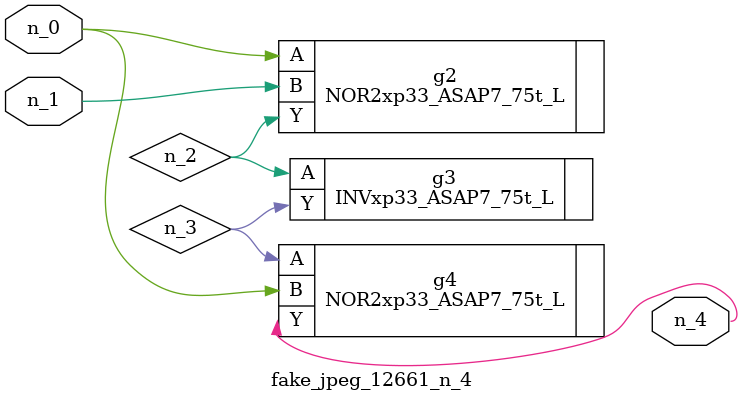
<source format=v>
module fake_jpeg_12661_n_4 (n_0, n_1, n_4);

input n_0;
input n_1;

output n_4;

wire n_2;
wire n_3;

NOR2xp33_ASAP7_75t_L g2 ( 
.A(n_0),
.B(n_1),
.Y(n_2)
);

INVxp33_ASAP7_75t_L g3 ( 
.A(n_2),
.Y(n_3)
);

NOR2xp33_ASAP7_75t_L g4 ( 
.A(n_3),
.B(n_0),
.Y(n_4)
);


endmodule
</source>
